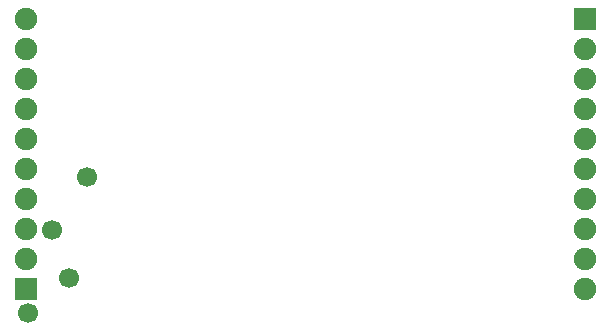
<source format=gbr>
G04 DipTrace 3.0.0.2*
G04 BottomMask.gbr*
%MOIN*%
G04 #@! TF.FileFunction,Soldermask,Bot*
G04 #@! TF.Part,Single*
%ADD37C,0.066929*%
%ADD39C,0.074803*%
%ADD41R,0.074803X0.074803*%
%FSLAX26Y26*%
G04*
G70*
G90*
G75*
G01*
G04 BotMask*
%LPD*%
D41*
X485039Y1813780D3*
D39*
Y1913780D3*
Y2013780D3*
Y2113780D3*
Y2213780D3*
Y2313780D3*
Y2413780D3*
Y2513780D3*
Y2613780D3*
Y2713780D3*
D41*
X2349606D3*
D39*
Y2613780D3*
Y2513780D3*
Y2413780D3*
Y2313780D3*
Y2213780D3*
Y2113780D3*
Y2013780D3*
Y1913780D3*
Y1813780D3*
D37*
X492126Y1732283D3*
X688976Y2185039D3*
X629921Y1850394D3*
X570866Y2007874D3*
M02*

</source>
